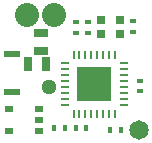
<source format=gts>
G04 #@! TF.FileFunction,Soldermask,Top*
%FSLAX46Y46*%
G04 Gerber Fmt 4.6, Leading zero omitted, Abs format (unit mm)*
G04 Created by KiCad (PCBNEW 4.0.3+e1-6302~38~ubuntu14.04.1-stable) date Wed Aug 31 10:57:53 2016*
%MOMM*%
%LPD*%
G01*
G04 APERTURE LIST*
%ADD10C,0.150000*%
%ADD11R,1.400000X0.500000*%
%ADD12R,1.143000X0.635000*%
%ADD13R,0.254000X0.762000*%
%ADD14R,0.762000X0.254000*%
%ADD15R,2.999740X2.999740*%
%ADD16R,0.700000X0.700000*%
%ADD17C,2.032000*%
%ADD18C,1.651000*%
%ADD19R,0.762000X0.508000*%
%ADD20C,1.280000*%
%ADD21R,0.599440X0.398780*%
%ADD22R,0.398780X0.599440*%
%ADD23R,0.635000X1.143000*%
G04 APERTURE END LIST*
D10*
D11*
X47193200Y-30429400D03*
X47193200Y-33629400D03*
D12*
X49631600Y-28625800D03*
X49631600Y-30149800D03*
D13*
X52915820Y-30457140D03*
X53416200Y-30457140D03*
X53916580Y-30457140D03*
X52415440Y-30457140D03*
D14*
X51666140Y-31206440D03*
X51666140Y-31706820D03*
X51666140Y-32207200D03*
X51666140Y-32707580D03*
X51666140Y-33205420D03*
X51666140Y-33705800D03*
X51666140Y-34206180D03*
X51666140Y-34706560D03*
D13*
X55915560Y-35455860D03*
X52415440Y-35455860D03*
X52915820Y-35455860D03*
X53416200Y-35455860D03*
X53916580Y-35455860D03*
X54414420Y-35455860D03*
X54914800Y-35455860D03*
X55415180Y-35455860D03*
D14*
X56664860Y-34706560D03*
X56664860Y-34206180D03*
X56664860Y-33705800D03*
X56664860Y-33205420D03*
X56664860Y-32707580D03*
X56664860Y-32207200D03*
X56664860Y-31706820D03*
X56664860Y-31206440D03*
D13*
X55915560Y-30457140D03*
X55415180Y-30457140D03*
X54914800Y-30457140D03*
X54414420Y-30457140D03*
D15*
X54165500Y-32956500D03*
D16*
X54724400Y-28692400D03*
X56324400Y-27492400D03*
X54724400Y-27492400D03*
X56324400Y-28692400D03*
D17*
X50749200Y-27127200D03*
X48437800Y-27127200D03*
D18*
X57962800Y-36830000D03*
D19*
X49504600Y-36944300D03*
X49504600Y-35039300D03*
X46964600Y-36944300D03*
X49504600Y-35991800D03*
X46964600Y-35039300D03*
D20*
X50368200Y-33223200D03*
D21*
X53644800Y-28592780D03*
X53644800Y-27693620D03*
X57404000Y-28541980D03*
X57404000Y-27642820D03*
D22*
X52585620Y-36677600D03*
X53484780Y-36677600D03*
D21*
X52578000Y-27693620D03*
X52578000Y-28592780D03*
D22*
X56393080Y-36830000D03*
X55493920Y-36830000D03*
D21*
X58064400Y-33571180D03*
X58064400Y-32672020D03*
D22*
X51655980Y-36677600D03*
X50756820Y-36677600D03*
D23*
X48539400Y-31292800D03*
X50063400Y-31292800D03*
M02*

</source>
